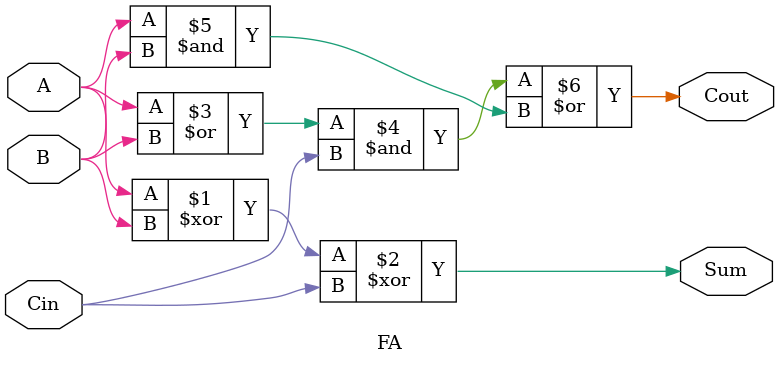
<source format=v>
`timescale 1ns/1ns

module FA( A, B, Cin, Sum, Cout );
// 為了實現ALU的加減法
	input A, B, Cin;

	output Sum, Cout;
    
	assign Sum = A ^ B ^ Cin;
	assign Cout = ( ( A | B ) & Cin ) | ( A & B );

endmodule
</source>
